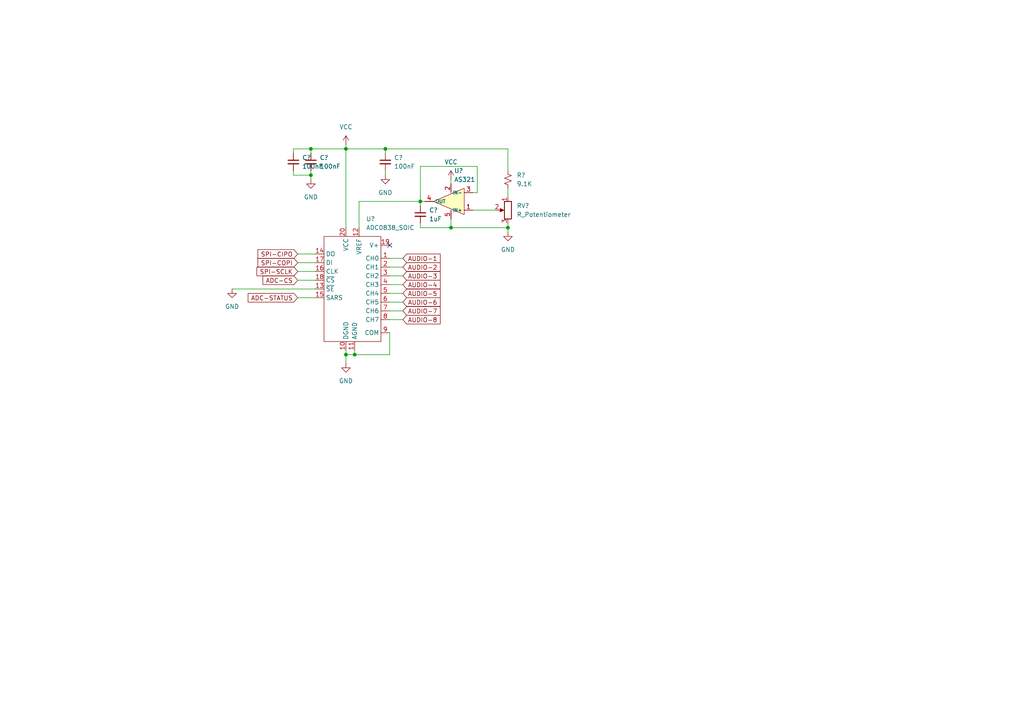
<source format=kicad_sch>
(kicad_sch (version 20211123) (generator eeschema)

  (uuid 9de4697c-4f87-4e67-af45-6a92d8fc09d9)

  (paper "A4")

  (lib_symbols
    (symbol "Daxxn_IC:ADC0838_SOIC" (in_bom yes) (on_board yes)
      (property "Reference" "U" (id 0) (at -13.97 3.81 0)
        (effects (font (size 1.27 1.27)))
      )
      (property "Value" "ADC0838_SOIC" (id 1) (at -11.43 7.62 0)
        (effects (font (size 1.27 1.27)))
      )
      (property "Footprint" "" (id 2) (at 19.05 -6.35 0)
        (effects (font (size 1.27 1.27)) hide)
      )
      (property "Datasheet" "" (id 3) (at 19.05 -6.35 0)
        (effects (font (size 1.27 1.27)) hide)
      )
      (symbol "ADC0838_SOIC_0_0"
        (pin input line (at 19.05 -6.35 180) (length 2.54)
          (name "CH0" (effects (font (size 1.27 1.27))))
          (number "1" (effects (font (size 1.27 1.27))))
        )
        (pin power_in line (at 6.35 -33.02 90) (length 2.54)
          (name "DGND" (effects (font (size 1.27 1.27))))
          (number "10" (effects (font (size 1.27 1.27))))
        )
        (pin power_in line (at 8.89 -33.02 90) (length 2.54)
          (name "AGND" (effects (font (size 1.27 1.27))))
          (number "11" (effects (font (size 1.27 1.27))))
        )
        (pin input line (at 10.16 2.54 270) (length 2.54)
          (name "VREF" (effects (font (size 1.27 1.27))))
          (number "12" (effects (font (size 1.27 1.27))))
        )
        (pin input line (at -2.54 -15.24 0) (length 2.54)
          (name "~{SE}" (effects (font (size 1.27 1.27))))
          (number "13" (effects (font (size 1.27 1.27))))
        )
        (pin output line (at -2.54 -5.08 0) (length 2.54)
          (name "DO" (effects (font (size 1.27 1.27))))
          (number "14" (effects (font (size 1.27 1.27))))
        )
        (pin output line (at -2.54 -17.78 0) (length 2.54)
          (name "SARS" (effects (font (size 1.27 1.27))))
          (number "15" (effects (font (size 1.27 1.27))))
        )
        (pin input line (at -2.54 -10.16 0) (length 2.54)
          (name "CLK" (effects (font (size 1.27 1.27))))
          (number "16" (effects (font (size 1.27 1.27))))
        )
        (pin input line (at -2.54 -7.62 0) (length 2.54)
          (name "DI" (effects (font (size 1.27 1.27))))
          (number "17" (effects (font (size 1.27 1.27))))
        )
        (pin input line (at -2.54 -12.7 0) (length 2.54)
          (name "~{CS}" (effects (font (size 1.27 1.27))))
          (number "18" (effects (font (size 1.27 1.27))))
        )
        (pin power_out line (at 19.05 -2.54 180) (length 2.54)
          (name "V+" (effects (font (size 1.27 1.27))))
          (number "19" (effects (font (size 1.27 1.27))))
        )
        (pin input line (at 19.05 -8.89 180) (length 2.54)
          (name "CH1" (effects (font (size 1.27 1.27))))
          (number "2" (effects (font (size 1.27 1.27))))
        )
        (pin power_in line (at 6.35 2.54 270) (length 2.54)
          (name "VCC" (effects (font (size 1.27 1.27))))
          (number "20" (effects (font (size 1.27 1.27))))
        )
        (pin input line (at 19.05 -11.43 180) (length 2.54)
          (name "CH2" (effects (font (size 1.27 1.27))))
          (number "3" (effects (font (size 1.27 1.27))))
        )
        (pin input line (at 19.05 -13.97 180) (length 2.54)
          (name "CH3" (effects (font (size 1.27 1.27))))
          (number "4" (effects (font (size 1.27 1.27))))
        )
        (pin input line (at 19.05 -16.51 180) (length 2.54)
          (name "CH4" (effects (font (size 1.27 1.27))))
          (number "5" (effects (font (size 1.27 1.27))))
        )
        (pin input line (at 19.05 -19.05 180) (length 2.54)
          (name "CH5" (effects (font (size 1.27 1.27))))
          (number "6" (effects (font (size 1.27 1.27))))
        )
        (pin input line (at 19.05 -21.59 180) (length 2.54)
          (name "CH6" (effects (font (size 1.27 1.27))))
          (number "7" (effects (font (size 1.27 1.27))))
        )
        (pin input line (at 19.05 -24.13 180) (length 2.54)
          (name "CH7" (effects (font (size 1.27 1.27))))
          (number "8" (effects (font (size 1.27 1.27))))
        )
        (pin input line (at 19.05 -27.94 180) (length 2.54)
          (name "COM" (effects (font (size 1.27 1.27))))
          (number "9" (effects (font (size 1.27 1.27))))
        )
      )
      (symbol "ADC0838_SOIC_0_1"
        (rectangle (start 0 0) (end 16.51 -30.48)
          (stroke (width 0) (type default) (color 0 0 0 0))
          (fill (type none))
        )
      )
    )
    (symbol "Daxxn_OPAMP:AS321" (in_bom yes) (on_board yes)
      (property "Reference" "U" (id 0) (at 5.08 3.81 0)
        (effects (font (size 1.27 1.27)) (justify left))
      )
      (property "Value" "AS321" (id 1) (at 5.08 6.35 0)
        (effects (font (size 1.27 1.27)) (justify left))
      )
      (property "Footprint" "Package_TO_SOT_SMD:SOT-23-5" (id 2) (at 1.27 13.97 0)
        (effects (font (size 1.27 1.27)) hide)
      )
      (property "Datasheet" "C:\\Users\\Daxxn\\Documents\\Electrical\\Datasheets\\AS321.pdf" (id 3) (at 0 17.78 0)
        (effects (font (size 1.27 1.27)) hide)
      )
      (property "ki_keywords" "lp opamp" (id 4) (at 0 0 0)
        (effects (font (size 1.27 1.27)) hide)
      )
      (property "ki_description" "Low Power, Opamp" (id 5) (at 0 0 0)
        (effects (font (size 1.27 1.27)) hide)
      )
      (symbol "AS321_0_0"
        (pin bidirectional line (at -2.54 2.54 0) (length 2.54)
          (name "IN+" (effects (font (size 1 1))))
          (number "1" (effects (font (size 1.27 1.27))))
        )
        (pin power_in line (at 3.81 -5.08 90) (length 2.54)
          (name "V-" (effects (font (size 0 0))))
          (number "2" (effects (font (size 1.27 1.27))))
        )
        (pin bidirectional line (at -2.54 -2.54 0) (length 2.54)
          (name "IN-" (effects (font (size 1 1))))
          (number "3" (effects (font (size 1.27 1.27))))
        )
        (pin bidirectional line (at 11.43 0 180) (length 2.54)
          (name "OUT" (effects (font (size 1 1))))
          (number "4" (effects (font (size 1.27 1.27))))
        )
        (pin power_in line (at 3.81 5.08 270) (length 2.54)
          (name "V+" (effects (font (size 0 0))))
          (number "5" (effects (font (size 1.27 1.27))))
        )
      )
      (symbol "AS321_0_1"
        (polyline
          (pts
            (xy 0 3.81)
            (xy 8.89 0)
            (xy 0 -3.81)
            (xy 0 3.81)
          )
          (stroke (width 0) (type default) (color 0 0 0 0))
          (fill (type background))
        )
      )
    )
    (symbol "Device:C_Small" (pin_numbers hide) (pin_names (offset 0.254) hide) (in_bom yes) (on_board yes)
      (property "Reference" "C" (id 0) (at 0.254 1.778 0)
        (effects (font (size 1.27 1.27)) (justify left))
      )
      (property "Value" "C_Small" (id 1) (at 0.254 -2.032 0)
        (effects (font (size 1.27 1.27)) (justify left))
      )
      (property "Footprint" "" (id 2) (at 0 0 0)
        (effects (font (size 1.27 1.27)) hide)
      )
      (property "Datasheet" "~" (id 3) (at 0 0 0)
        (effects (font (size 1.27 1.27)) hide)
      )
      (property "ki_keywords" "capacitor cap" (id 4) (at 0 0 0)
        (effects (font (size 1.27 1.27)) hide)
      )
      (property "ki_description" "Unpolarized capacitor, small symbol" (id 5) (at 0 0 0)
        (effects (font (size 1.27 1.27)) hide)
      )
      (property "ki_fp_filters" "C_*" (id 6) (at 0 0 0)
        (effects (font (size 1.27 1.27)) hide)
      )
      (symbol "C_Small_0_1"
        (polyline
          (pts
            (xy -1.524 -0.508)
            (xy 1.524 -0.508)
          )
          (stroke (width 0.3302) (type default) (color 0 0 0 0))
          (fill (type none))
        )
        (polyline
          (pts
            (xy -1.524 0.508)
            (xy 1.524 0.508)
          )
          (stroke (width 0.3048) (type default) (color 0 0 0 0))
          (fill (type none))
        )
      )
      (symbol "C_Small_1_1"
        (pin passive line (at 0 2.54 270) (length 2.032)
          (name "~" (effects (font (size 1.27 1.27))))
          (number "1" (effects (font (size 1.27 1.27))))
        )
        (pin passive line (at 0 -2.54 90) (length 2.032)
          (name "~" (effects (font (size 1.27 1.27))))
          (number "2" (effects (font (size 1.27 1.27))))
        )
      )
    )
    (symbol "Device:R_Potentiometer" (pin_names (offset 1.016) hide) (in_bom yes) (on_board yes)
      (property "Reference" "RV" (id 0) (at -4.445 0 90)
        (effects (font (size 1.27 1.27)))
      )
      (property "Value" "R_Potentiometer" (id 1) (at -2.54 0 90)
        (effects (font (size 1.27 1.27)))
      )
      (property "Footprint" "" (id 2) (at 0 0 0)
        (effects (font (size 1.27 1.27)) hide)
      )
      (property "Datasheet" "~" (id 3) (at 0 0 0)
        (effects (font (size 1.27 1.27)) hide)
      )
      (property "ki_keywords" "resistor variable" (id 4) (at 0 0 0)
        (effects (font (size 1.27 1.27)) hide)
      )
      (property "ki_description" "Potentiometer" (id 5) (at 0 0 0)
        (effects (font (size 1.27 1.27)) hide)
      )
      (property "ki_fp_filters" "Potentiometer*" (id 6) (at 0 0 0)
        (effects (font (size 1.27 1.27)) hide)
      )
      (symbol "R_Potentiometer_0_1"
        (polyline
          (pts
            (xy 2.54 0)
            (xy 1.524 0)
          )
          (stroke (width 0) (type default) (color 0 0 0 0))
          (fill (type none))
        )
        (polyline
          (pts
            (xy 1.143 0)
            (xy 2.286 0.508)
            (xy 2.286 -0.508)
            (xy 1.143 0)
          )
          (stroke (width 0) (type default) (color 0 0 0 0))
          (fill (type outline))
        )
        (rectangle (start 1.016 2.54) (end -1.016 -2.54)
          (stroke (width 0.254) (type default) (color 0 0 0 0))
          (fill (type none))
        )
      )
      (symbol "R_Potentiometer_1_1"
        (pin passive line (at 0 3.81 270) (length 1.27)
          (name "1" (effects (font (size 1.27 1.27))))
          (number "1" (effects (font (size 1.27 1.27))))
        )
        (pin passive line (at 3.81 0 180) (length 1.27)
          (name "2" (effects (font (size 1.27 1.27))))
          (number "2" (effects (font (size 1.27 1.27))))
        )
        (pin passive line (at 0 -3.81 90) (length 1.27)
          (name "3" (effects (font (size 1.27 1.27))))
          (number "3" (effects (font (size 1.27 1.27))))
        )
      )
    )
    (symbol "Device:R_Small_US" (pin_numbers hide) (pin_names (offset 0.254) hide) (in_bom yes) (on_board yes)
      (property "Reference" "R" (id 0) (at 0.762 0.508 0)
        (effects (font (size 1.27 1.27)) (justify left))
      )
      (property "Value" "R_Small_US" (id 1) (at 0.762 -1.016 0)
        (effects (font (size 1.27 1.27)) (justify left))
      )
      (property "Footprint" "" (id 2) (at 0 0 0)
        (effects (font (size 1.27 1.27)) hide)
      )
      (property "Datasheet" "~" (id 3) (at 0 0 0)
        (effects (font (size 1.27 1.27)) hide)
      )
      (property "ki_keywords" "r resistor" (id 4) (at 0 0 0)
        (effects (font (size 1.27 1.27)) hide)
      )
      (property "ki_description" "Resistor, small US symbol" (id 5) (at 0 0 0)
        (effects (font (size 1.27 1.27)) hide)
      )
      (property "ki_fp_filters" "R_*" (id 6) (at 0 0 0)
        (effects (font (size 1.27 1.27)) hide)
      )
      (symbol "R_Small_US_1_1"
        (polyline
          (pts
            (xy 0 0)
            (xy 1.016 -0.381)
            (xy 0 -0.762)
            (xy -1.016 -1.143)
            (xy 0 -1.524)
          )
          (stroke (width 0) (type default) (color 0 0 0 0))
          (fill (type none))
        )
        (polyline
          (pts
            (xy 0 1.524)
            (xy 1.016 1.143)
            (xy 0 0.762)
            (xy -1.016 0.381)
            (xy 0 0)
          )
          (stroke (width 0) (type default) (color 0 0 0 0))
          (fill (type none))
        )
        (pin passive line (at 0 2.54 270) (length 1.016)
          (name "~" (effects (font (size 1.27 1.27))))
          (number "1" (effects (font (size 1.27 1.27))))
        )
        (pin passive line (at 0 -2.54 90) (length 1.016)
          (name "~" (effects (font (size 1.27 1.27))))
          (number "2" (effects (font (size 1.27 1.27))))
        )
      )
    )
    (symbol "power:GND" (power) (pin_names (offset 0)) (in_bom yes) (on_board yes)
      (property "Reference" "#PWR" (id 0) (at 0 -6.35 0)
        (effects (font (size 1.27 1.27)) hide)
      )
      (property "Value" "GND" (id 1) (at 0 -3.81 0)
        (effects (font (size 1.27 1.27)))
      )
      (property "Footprint" "" (id 2) (at 0 0 0)
        (effects (font (size 1.27 1.27)) hide)
      )
      (property "Datasheet" "" (id 3) (at 0 0 0)
        (effects (font (size 1.27 1.27)) hide)
      )
      (property "ki_keywords" "power-flag" (id 4) (at 0 0 0)
        (effects (font (size 1.27 1.27)) hide)
      )
      (property "ki_description" "Power symbol creates a global label with name \"GND\" , ground" (id 5) (at 0 0 0)
        (effects (font (size 1.27 1.27)) hide)
      )
      (symbol "GND_0_1"
        (polyline
          (pts
            (xy 0 0)
            (xy 0 -1.27)
            (xy 1.27 -1.27)
            (xy 0 -2.54)
            (xy -1.27 -1.27)
            (xy 0 -1.27)
          )
          (stroke (width 0) (type default) (color 0 0 0 0))
          (fill (type none))
        )
      )
      (symbol "GND_1_1"
        (pin power_in line (at 0 0 270) (length 0) hide
          (name "GND" (effects (font (size 1.27 1.27))))
          (number "1" (effects (font (size 1.27 1.27))))
        )
      )
    )
    (symbol "power:VCC" (power) (pin_names (offset 0)) (in_bom yes) (on_board yes)
      (property "Reference" "#PWR" (id 0) (at 0 -3.81 0)
        (effects (font (size 1.27 1.27)) hide)
      )
      (property "Value" "VCC" (id 1) (at 0 3.81 0)
        (effects (font (size 1.27 1.27)))
      )
      (property "Footprint" "" (id 2) (at 0 0 0)
        (effects (font (size 1.27 1.27)) hide)
      )
      (property "Datasheet" "" (id 3) (at 0 0 0)
        (effects (font (size 1.27 1.27)) hide)
      )
      (property "ki_keywords" "power-flag" (id 4) (at 0 0 0)
        (effects (font (size 1.27 1.27)) hide)
      )
      (property "ki_description" "Power symbol creates a global label with name \"VCC\"" (id 5) (at 0 0 0)
        (effects (font (size 1.27 1.27)) hide)
      )
      (symbol "VCC_0_1"
        (polyline
          (pts
            (xy -0.762 1.27)
            (xy 0 2.54)
          )
          (stroke (width 0) (type default) (color 0 0 0 0))
          (fill (type none))
        )
        (polyline
          (pts
            (xy 0 0)
            (xy 0 2.54)
          )
          (stroke (width 0) (type default) (color 0 0 0 0))
          (fill (type none))
        )
        (polyline
          (pts
            (xy 0 2.54)
            (xy 0.762 1.27)
          )
          (stroke (width 0) (type default) (color 0 0 0 0))
          (fill (type none))
        )
      )
      (symbol "VCC_1_1"
        (pin power_in line (at 0 0 90) (length 0) hide
          (name "VCC" (effects (font (size 1.27 1.27))))
          (number "1" (effects (font (size 1.27 1.27))))
        )
      )
    )
  )

  (junction (at 90.17 50.8) (diameter 0) (color 0 0 0 0)
    (uuid 083b3dda-4eb5-44aa-a398-962ca57cd531)
  )
  (junction (at 130.81 66.04) (diameter 0) (color 0 0 0 0)
    (uuid 11223dc8-7339-41c3-b3d9-e39c07902a10)
  )
  (junction (at 100.33 102.87) (diameter 0) (color 0 0 0 0)
    (uuid 567f702c-039c-495c-8519-470fd3e30f18)
  )
  (junction (at 90.17 43.18) (diameter 0) (color 0 0 0 0)
    (uuid 5be08b83-3435-42bd-b844-7f904d0da267)
  )
  (junction (at 121.92 58.42) (diameter 0) (color 0 0 0 0)
    (uuid 7c5a8c00-765a-49ae-8a47-a1743da2b8b8)
  )
  (junction (at 147.32 66.04) (diameter 0) (color 0 0 0 0)
    (uuid 7d0aac36-5306-42c2-b948-3432b943610d)
  )
  (junction (at 111.76 43.18) (diameter 0) (color 0 0 0 0)
    (uuid 7e25593f-fc47-48f6-abb8-5923c4a241a2)
  )
  (junction (at 102.87 102.87) (diameter 0) (color 0 0 0 0)
    (uuid 93fa905c-ab4a-46f2-9854-c5a8e47b3dbc)
  )
  (junction (at 100.33 43.18) (diameter 0) (color 0 0 0 0)
    (uuid d6fb60b5-abd4-42d7-9eb9-4f5120dadc5b)
  )

  (no_connect (at 113.03 71.12) (uuid c150c21e-06d2-443f-b20b-c9a44ca94a96))

  (wire (pts (xy 113.03 102.87) (xy 102.87 102.87))
    (stroke (width 0) (type default) (color 0 0 0 0))
    (uuid 03519f9c-21ef-4b56-b1a1-e6338aa7a64a)
  )
  (wire (pts (xy 138.43 48.26) (xy 138.43 55.88))
    (stroke (width 0) (type default) (color 0 0 0 0))
    (uuid 0996c28e-b0e1-481b-a215-8c7d666a1bfc)
  )
  (wire (pts (xy 121.92 66.04) (xy 130.81 66.04))
    (stroke (width 0) (type default) (color 0 0 0 0))
    (uuid 1e7a9559-ecfc-42f5-bad6-69cd8ccbdeda)
  )
  (wire (pts (xy 102.87 101.6) (xy 102.87 102.87))
    (stroke (width 0) (type default) (color 0 0 0 0))
    (uuid 29dbd1ec-2f97-49ec-9173-d7233ed81641)
  )
  (wire (pts (xy 90.17 43.18) (xy 100.33 43.18))
    (stroke (width 0) (type default) (color 0 0 0 0))
    (uuid 2b7b98d3-ad6d-4423-a1ee-82b7c397ad55)
  )
  (wire (pts (xy 100.33 43.18) (xy 100.33 66.04))
    (stroke (width 0) (type default) (color 0 0 0 0))
    (uuid 2c8d132f-bacf-4266-8a65-98547ba43488)
  )
  (wire (pts (xy 147.32 54.61) (xy 147.32 57.15))
    (stroke (width 0) (type default) (color 0 0 0 0))
    (uuid 2dfd08a0-ee7b-427c-b7aa-3c986b855777)
  )
  (wire (pts (xy 138.43 55.88) (xy 137.16 55.88))
    (stroke (width 0) (type default) (color 0 0 0 0))
    (uuid 3581aaa5-b31e-4a60-a2ca-716221b7a35f)
  )
  (wire (pts (xy 121.92 58.42) (xy 121.92 59.69))
    (stroke (width 0) (type default) (color 0 0 0 0))
    (uuid 38f00c28-1d34-4ff1-991b-1e3851b2351b)
  )
  (wire (pts (xy 130.81 63.5) (xy 130.81 66.04))
    (stroke (width 0) (type default) (color 0 0 0 0))
    (uuid 3ac8ace1-d838-49e8-b1a3-f8c94f83731c)
  )
  (wire (pts (xy 86.36 78.74) (xy 91.44 78.74))
    (stroke (width 0) (type default) (color 0 0 0 0))
    (uuid 3ee8e18d-d59c-4403-bc99-6bc7c50b891a)
  )
  (wire (pts (xy 86.36 81.28) (xy 91.44 81.28))
    (stroke (width 0) (type default) (color 0 0 0 0))
    (uuid 5644f264-7196-4575-8605-24a5942ca9c5)
  )
  (wire (pts (xy 147.32 43.18) (xy 147.32 49.53))
    (stroke (width 0) (type default) (color 0 0 0 0))
    (uuid 575867c1-4be0-4fdb-a648-859e9e657b53)
  )
  (wire (pts (xy 113.03 87.63) (xy 116.84 87.63))
    (stroke (width 0) (type default) (color 0 0 0 0))
    (uuid 652e0262-89c3-4a59-b804-3844f019d493)
  )
  (wire (pts (xy 85.09 49.53) (xy 85.09 50.8))
    (stroke (width 0) (type default) (color 0 0 0 0))
    (uuid 691fb579-e72b-4cfa-a75c-5afbef4d884b)
  )
  (wire (pts (xy 104.14 58.42) (xy 121.92 58.42))
    (stroke (width 0) (type default) (color 0 0 0 0))
    (uuid 85e614bb-686d-4bcd-9bc0-83e3ddb9ea3a)
  )
  (wire (pts (xy 86.36 76.2) (xy 91.44 76.2))
    (stroke (width 0) (type default) (color 0 0 0 0))
    (uuid 888fe00b-da9d-4d2d-bb2d-b60e9772b5ee)
  )
  (wire (pts (xy 147.32 66.04) (xy 147.32 67.31))
    (stroke (width 0) (type default) (color 0 0 0 0))
    (uuid 8943d841-33b3-461a-889b-49ea2b63e801)
  )
  (wire (pts (xy 111.76 49.53) (xy 111.76 50.8))
    (stroke (width 0) (type default) (color 0 0 0 0))
    (uuid 8b45d178-7b4f-4144-8242-742888186625)
  )
  (wire (pts (xy 113.03 85.09) (xy 116.84 85.09))
    (stroke (width 0) (type default) (color 0 0 0 0))
    (uuid 9035fc52-4a42-421c-ab70-f9de29cbc35d)
  )
  (wire (pts (xy 104.14 66.04) (xy 104.14 58.42))
    (stroke (width 0) (type default) (color 0 0 0 0))
    (uuid 93446d10-d697-4bf0-8ae1-5e672d421b3c)
  )
  (wire (pts (xy 113.03 92.71) (xy 116.84 92.71))
    (stroke (width 0) (type default) (color 0 0 0 0))
    (uuid 96013822-26e1-4a4d-9863-408bb53d6c56)
  )
  (wire (pts (xy 113.03 74.93) (xy 116.84 74.93))
    (stroke (width 0) (type default) (color 0 0 0 0))
    (uuid 98f4de29-986a-4889-859b-18c1a0166ebc)
  )
  (wire (pts (xy 85.09 43.18) (xy 90.17 43.18))
    (stroke (width 0) (type default) (color 0 0 0 0))
    (uuid 9ce60023-0d5b-4fdc-a10d-8d02477ce20a)
  )
  (wire (pts (xy 130.81 52.07) (xy 130.81 53.34))
    (stroke (width 0) (type default) (color 0 0 0 0))
    (uuid 9dc6efb4-1186-4aed-99f8-d4ebfa9817bb)
  )
  (wire (pts (xy 113.03 77.47) (xy 116.84 77.47))
    (stroke (width 0) (type default) (color 0 0 0 0))
    (uuid 9fba62f8-4432-4be7-a31b-77ec259dab53)
  )
  (wire (pts (xy 111.76 43.18) (xy 147.32 43.18))
    (stroke (width 0) (type default) (color 0 0 0 0))
    (uuid a1254d98-d204-4429-8c4e-291e437ade27)
  )
  (wire (pts (xy 85.09 50.8) (xy 90.17 50.8))
    (stroke (width 0) (type default) (color 0 0 0 0))
    (uuid ac4f9ded-a28b-4482-8d5d-0d99b3a62682)
  )
  (wire (pts (xy 90.17 50.8) (xy 90.17 49.53))
    (stroke (width 0) (type default) (color 0 0 0 0))
    (uuid b3733718-0b68-4997-ae72-8a8e536da0b4)
  )
  (wire (pts (xy 113.03 80.01) (xy 116.84 80.01))
    (stroke (width 0) (type default) (color 0 0 0 0))
    (uuid b4996752-b47a-4c57-b91c-e33d7e573427)
  )
  (wire (pts (xy 111.76 44.45) (xy 111.76 43.18))
    (stroke (width 0) (type default) (color 0 0 0 0))
    (uuid bca8c360-7318-46a5-917e-c9ac4ddb797d)
  )
  (wire (pts (xy 90.17 43.18) (xy 90.17 44.45))
    (stroke (width 0) (type default) (color 0 0 0 0))
    (uuid beae917e-5407-433e-a55b-4dcc41fdfa0c)
  )
  (wire (pts (xy 121.92 58.42) (xy 121.92 48.26))
    (stroke (width 0) (type default) (color 0 0 0 0))
    (uuid c04170c1-b49f-4044-8473-433268c0c164)
  )
  (wire (pts (xy 100.33 102.87) (xy 100.33 105.41))
    (stroke (width 0) (type default) (color 0 0 0 0))
    (uuid c0b8a700-ddce-49ff-85b7-1e8e04951354)
  )
  (wire (pts (xy 113.03 90.17) (xy 116.84 90.17))
    (stroke (width 0) (type default) (color 0 0 0 0))
    (uuid c3ab7185-0cc8-44be-b2c7-dea8e12fc4f5)
  )
  (wire (pts (xy 130.81 66.04) (xy 147.32 66.04))
    (stroke (width 0) (type default) (color 0 0 0 0))
    (uuid c42f9fd6-ac42-4640-ab70-a36ab307b3b5)
  )
  (wire (pts (xy 85.09 44.45) (xy 85.09 43.18))
    (stroke (width 0) (type default) (color 0 0 0 0))
    (uuid c4620d63-3779-4f27-9a93-c085271a57f9)
  )
  (wire (pts (xy 121.92 64.77) (xy 121.92 66.04))
    (stroke (width 0) (type default) (color 0 0 0 0))
    (uuid cabc7a47-4f1a-44cc-9cfc-7015325f0c0d)
  )
  (wire (pts (xy 113.03 82.55) (xy 116.84 82.55))
    (stroke (width 0) (type default) (color 0 0 0 0))
    (uuid cea1fae2-2bf7-45e5-ba63-41940e0393c7)
  )
  (wire (pts (xy 147.32 66.04) (xy 147.32 64.77))
    (stroke (width 0) (type default) (color 0 0 0 0))
    (uuid d3f7c036-154b-42e9-a619-214eff332e85)
  )
  (wire (pts (xy 102.87 102.87) (xy 100.33 102.87))
    (stroke (width 0) (type default) (color 0 0 0 0))
    (uuid d533b8f2-d835-4d67-ad84-2d0943e1e8a6)
  )
  (wire (pts (xy 113.03 96.52) (xy 113.03 102.87))
    (stroke (width 0) (type default) (color 0 0 0 0))
    (uuid da0151ef-bfc0-4643-a0a7-e7d206a03e64)
  )
  (wire (pts (xy 90.17 50.8) (xy 90.17 52.07))
    (stroke (width 0) (type default) (color 0 0 0 0))
    (uuid e15fc275-be3e-418d-91e2-989c59f434cc)
  )
  (wire (pts (xy 67.31 83.82) (xy 91.44 83.82))
    (stroke (width 0) (type default) (color 0 0 0 0))
    (uuid e344e5a7-0d34-4cf7-8dbf-77d754d49803)
  )
  (wire (pts (xy 100.33 102.87) (xy 100.33 101.6))
    (stroke (width 0) (type default) (color 0 0 0 0))
    (uuid e865c199-06c5-4039-ad61-39c55b590398)
  )
  (wire (pts (xy 121.92 58.42) (xy 123.19 58.42))
    (stroke (width 0) (type default) (color 0 0 0 0))
    (uuid eafc7988-988a-4617-91be-656d566c7823)
  )
  (wire (pts (xy 100.33 41.91) (xy 100.33 43.18))
    (stroke (width 0) (type default) (color 0 0 0 0))
    (uuid efb0b64c-38b4-4705-b87d-9ecb08147b64)
  )
  (wire (pts (xy 86.36 73.66) (xy 91.44 73.66))
    (stroke (width 0) (type default) (color 0 0 0 0))
    (uuid f02ff04a-cbb7-4ac9-9a8e-b9adfb3a7e02)
  )
  (wire (pts (xy 137.16 60.96) (xy 143.51 60.96))
    (stroke (width 0) (type default) (color 0 0 0 0))
    (uuid f2bcfcfa-2d4d-4e5f-816a-d442f1830d2c)
  )
  (wire (pts (xy 86.36 86.36) (xy 91.44 86.36))
    (stroke (width 0) (type default) (color 0 0 0 0))
    (uuid f809146a-5d69-4e52-8323-c8f7c0a542b6)
  )
  (wire (pts (xy 121.92 48.26) (xy 138.43 48.26))
    (stroke (width 0) (type default) (color 0 0 0 0))
    (uuid f8fc8fc5-c980-406b-acda-08e0d1369b06)
  )
  (wire (pts (xy 100.33 43.18) (xy 111.76 43.18))
    (stroke (width 0) (type default) (color 0 0 0 0))
    (uuid fe21fdf3-cec7-441d-b253-77586b61a99a)
  )

  (global_label "AUDIO-3" (shape input) (at 116.84 80.01 0) (fields_autoplaced)
    (effects (font (size 1.27 1.27)) (justify left))
    (uuid 06e22984-4b51-443c-98d7-4a85b3ad7ad6)
    (property "Intersheet References" "${INTERSHEET_REFS}" (id 0) (at 127.6593 79.9306 0)
      (effects (font (size 1.27 1.27)) (justify left) hide)
    )
  )
  (global_label "ADC-STATUS" (shape input) (at 86.36 86.36 180) (fields_autoplaced)
    (effects (font (size 1.27 1.27)) (justify right))
    (uuid 0781d4e9-efb3-4442-ab33-bc20118cafe8)
    (property "Intersheet References" "${INTERSHEET_REFS}" (id 0) (at 71.9726 86.2806 0)
      (effects (font (size 1.27 1.27)) (justify right) hide)
    )
  )
  (global_label "AUDIO-2" (shape input) (at 116.84 77.47 0) (fields_autoplaced)
    (effects (font (size 1.27 1.27)) (justify left))
    (uuid 38267356-6d61-4581-911d-06dc1b95fb6c)
    (property "Intersheet References" "${INTERSHEET_REFS}" (id 0) (at 127.6593 77.3906 0)
      (effects (font (size 1.27 1.27)) (justify left) hide)
    )
  )
  (global_label "SPI-CIPO" (shape input) (at 86.36 73.66 180) (fields_autoplaced)
    (effects (font (size 1.27 1.27)) (justify right))
    (uuid 4b61c27e-1f5c-4f67-9597-ace13fc2ea9e)
    (property "Intersheet References" "${INTERSHEET_REFS}" (id 0) (at 74.815 73.5806 0)
      (effects (font (size 1.27 1.27)) (justify right) hide)
    )
  )
  (global_label "AUDIO-5" (shape input) (at 116.84 85.09 0) (fields_autoplaced)
    (effects (font (size 1.27 1.27)) (justify left))
    (uuid 4de5242f-f1a3-4204-afd6-560afac31c49)
    (property "Intersheet References" "${INTERSHEET_REFS}" (id 0) (at 127.6593 85.0106 0)
      (effects (font (size 1.27 1.27)) (justify left) hide)
    )
  )
  (global_label "AUDIO-1" (shape input) (at 116.84 74.93 0) (fields_autoplaced)
    (effects (font (size 1.27 1.27)) (justify left))
    (uuid 5a57d1b4-87cd-402a-a6ad-5f5ce22028e2)
    (property "Intersheet References" "${INTERSHEET_REFS}" (id 0) (at 127.6593 74.8506 0)
      (effects (font (size 1.27 1.27)) (justify left) hide)
    )
  )
  (global_label "AUDIO-8" (shape input) (at 116.84 92.71 0) (fields_autoplaced)
    (effects (font (size 1.27 1.27)) (justify left))
    (uuid 5c302d7f-b31d-425b-860c-a8004743d789)
    (property "Intersheet References" "${INTERSHEET_REFS}" (id 0) (at 127.6593 92.6306 0)
      (effects (font (size 1.27 1.27)) (justify left) hide)
    )
  )
  (global_label "ADC-CS" (shape input) (at 86.36 81.28 180) (fields_autoplaced)
    (effects (font (size 1.27 1.27)) (justify right))
    (uuid 68c0bbb5-80c6-4165-8a0f-bfc1d0051037)
    (property "Intersheet References" "${INTERSHEET_REFS}" (id 0) (at 76.2664 81.2006 0)
      (effects (font (size 1.27 1.27)) (justify right) hide)
    )
  )
  (global_label "SPI-COPI" (shape input) (at 86.36 76.2 180) (fields_autoplaced)
    (effects (font (size 1.27 1.27)) (justify right))
    (uuid 6b2463a5-fee7-4562-9394-d4a41b6ff16c)
    (property "Intersheet References" "${INTERSHEET_REFS}" (id 0) (at 74.815 76.1206 0)
      (effects (font (size 1.27 1.27)) (justify right) hide)
    )
  )
  (global_label "AUDIO-4" (shape input) (at 116.84 82.55 0) (fields_autoplaced)
    (effects (font (size 1.27 1.27)) (justify left))
    (uuid 7c59b63f-d7e0-45b4-b700-46496a71340a)
    (property "Intersheet References" "${INTERSHEET_REFS}" (id 0) (at 127.6593 82.4706 0)
      (effects (font (size 1.27 1.27)) (justify left) hide)
    )
  )
  (global_label "AUDIO-6" (shape input) (at 116.84 87.63 0) (fields_autoplaced)
    (effects (font (size 1.27 1.27)) (justify left))
    (uuid 8f36d8a9-65dd-49a8-b942-99935a95bb05)
    (property "Intersheet References" "${INTERSHEET_REFS}" (id 0) (at 127.6593 87.5506 0)
      (effects (font (size 1.27 1.27)) (justify left) hide)
    )
  )
  (global_label "SPI-SCLK" (shape input) (at 86.36 78.74 180) (fields_autoplaced)
    (effects (font (size 1.27 1.27)) (justify right))
    (uuid 932df457-96c2-40c2-8775-a12ee2390e35)
    (property "Intersheet References" "${INTERSHEET_REFS}" (id 0) (at 74.5126 78.6606 0)
      (effects (font (size 1.27 1.27)) (justify right) hide)
    )
  )
  (global_label "AUDIO-7" (shape input) (at 116.84 90.17 0) (fields_autoplaced)
    (effects (font (size 1.27 1.27)) (justify left))
    (uuid 9e70f4fa-1c21-46da-a85f-a7c8693f6cbd)
    (property "Intersheet References" "${INTERSHEET_REFS}" (id 0) (at 127.6593 90.0906 0)
      (effects (font (size 1.27 1.27)) (justify left) hide)
    )
  )

  (symbol (lib_id "power:GND") (at 100.33 105.41 0) (unit 1)
    (in_bom yes) (on_board yes) (fields_autoplaced)
    (uuid 11358ea8-e0af-4fed-aa3b-1eb6d5b5e49d)
    (property "Reference" "#PWR?" (id 0) (at 100.33 111.76 0)
      (effects (font (size 1.27 1.27)) hide)
    )
    (property "Value" "GND" (id 1) (at 100.33 110.49 0))
    (property "Footprint" "" (id 2) (at 100.33 105.41 0)
      (effects (font (size 1.27 1.27)) hide)
    )
    (property "Datasheet" "" (id 3) (at 100.33 105.41 0)
      (effects (font (size 1.27 1.27)) hide)
    )
    (pin "1" (uuid f8dec517-b403-47a3-9ec7-b3511e98874d))
  )

  (symbol (lib_id "power:GND") (at 111.76 50.8 0) (unit 1)
    (in_bom yes) (on_board yes) (fields_autoplaced)
    (uuid 247b5bff-44f4-49ab-85d0-fd157eaf1d23)
    (property "Reference" "#PWR?" (id 0) (at 111.76 57.15 0)
      (effects (font (size 1.27 1.27)) hide)
    )
    (property "Value" "GND" (id 1) (at 111.76 55.88 0))
    (property "Footprint" "" (id 2) (at 111.76 50.8 0)
      (effects (font (size 1.27 1.27)) hide)
    )
    (property "Datasheet" "" (id 3) (at 111.76 50.8 0)
      (effects (font (size 1.27 1.27)) hide)
    )
    (pin "1" (uuid 498e1146-3deb-4847-9372-270994aeabd1))
  )

  (symbol (lib_id "Device:C_Small") (at 121.92 62.23 0) (unit 1)
    (in_bom yes) (on_board yes) (fields_autoplaced)
    (uuid 3f090eb0-9d19-4e24-9949-e5b625083f36)
    (property "Reference" "C?" (id 0) (at 124.46 60.9662 0)
      (effects (font (size 1.27 1.27)) (justify left))
    )
    (property "Value" "1uF" (id 1) (at 124.46 63.5062 0)
      (effects (font (size 1.27 1.27)) (justify left))
    )
    (property "Footprint" "Capacitor_SMD:C_0805_2012Metric" (id 2) (at 121.92 62.23 0)
      (effects (font (size 1.27 1.27)) hide)
    )
    (property "Datasheet" "~" (id 3) (at 121.92 62.23 0)
      (effects (font (size 1.27 1.27)) hide)
    )
    (pin "1" (uuid cefc9710-0b71-4337-abe6-1b5af07ba553))
    (pin "2" (uuid e4acf103-1582-47f5-978a-1c696aea1add))
  )

  (symbol (lib_id "Daxxn_OPAMP:AS321") (at 134.62 58.42 180) (unit 1)
    (in_bom yes) (on_board yes) (fields_autoplaced)
    (uuid 75e4d70a-9093-479c-b53e-7ea1c642c83b)
    (property "Reference" "U?" (id 0) (at 131.6989 49.53 0)
      (effects (font (size 1.27 1.27)) (justify right))
    )
    (property "Value" "AS321" (id 1) (at 131.6989 52.07 0)
      (effects (font (size 1.27 1.27)) (justify right))
    )
    (property "Footprint" "Package_TO_SOT_SMD:SOT-23-5" (id 2) (at 133.35 72.39 0)
      (effects (font (size 1.27 1.27)) hide)
    )
    (property "Datasheet" "C:\\Users\\Daxxn\\Documents\\Electrical\\Datasheets\\AS321.pdf" (id 3) (at 134.62 76.2 0)
      (effects (font (size 1.27 1.27)) hide)
    )
    (pin "1" (uuid 88ee8c65-b23e-42b3-983a-988ca93bed1d))
    (pin "2" (uuid c1f18e94-91cb-448a-9f18-3994668c7158))
    (pin "3" (uuid 89087e46-2d40-411e-ac57-0a19a5314dbb))
    (pin "4" (uuid 7c480ba2-2ef3-49f9-8af4-7f669bc48290))
    (pin "5" (uuid d8344b82-8a8b-453f-ba0a-99cd7b95d751))
  )

  (symbol (lib_id "Device:R_Potentiometer") (at 147.32 60.96 0) (mirror y) (unit 1)
    (in_bom yes) (on_board yes) (fields_autoplaced)
    (uuid 77078eb9-6f7f-4989-8d75-f206eac75c69)
    (property "Reference" "RV?" (id 0) (at 149.86 59.6899 0)
      (effects (font (size 1.27 1.27)) (justify right))
    )
    (property "Value" "R_Potentiometer" (id 1) (at 149.86 62.2299 0)
      (effects (font (size 1.27 1.27)) (justify right))
    )
    (property "Footprint" "Potentiometer_THT:Potentiometer_Bourns_3266Y_Vertical" (id 2) (at 147.32 60.96 0)
      (effects (font (size 1.27 1.27)) hide)
    )
    (property "Datasheet" "~" (id 3) (at 147.32 60.96 0)
      (effects (font (size 1.27 1.27)) hide)
    )
    (pin "1" (uuid 7b8b0458-188c-4fc7-9ceb-c9c19edd7d6f))
    (pin "2" (uuid a3a54cef-d509-4082-9eaf-10f0f027d0ac))
    (pin "3" (uuid 2f3c739c-c85c-42d3-83d8-76017ce1cd84))
  )

  (symbol (lib_id "Device:C_Small") (at 90.17 46.99 0) (unit 1)
    (in_bom yes) (on_board yes) (fields_autoplaced)
    (uuid 79eeb7e8-8e4c-4af4-b8ab-1d060f0c984f)
    (property "Reference" "C?" (id 0) (at 92.71 45.7262 0)
      (effects (font (size 1.27 1.27)) (justify left))
    )
    (property "Value" "100nF" (id 1) (at 92.71 48.2662 0)
      (effects (font (size 1.27 1.27)) (justify left))
    )
    (property "Footprint" "Capacitor_SMD:C_0805_2012Metric" (id 2) (at 90.17 46.99 0)
      (effects (font (size 1.27 1.27)) hide)
    )
    (property "Datasheet" "~" (id 3) (at 90.17 46.99 0)
      (effects (font (size 1.27 1.27)) hide)
    )
    (pin "1" (uuid 56406eed-6ed3-40e6-a788-59059c9680a5))
    (pin "2" (uuid 5a5d3a53-d173-4fbd-ba49-527d9894e2b8))
  )

  (symbol (lib_id "power:VCC") (at 130.81 52.07 0) (unit 1)
    (in_bom yes) (on_board yes) (fields_autoplaced)
    (uuid 9e1b49ab-506c-493e-8366-2ce6a9d3e676)
    (property "Reference" "#PWR?" (id 0) (at 130.81 55.88 0)
      (effects (font (size 1.27 1.27)) hide)
    )
    (property "Value" "VCC" (id 1) (at 130.81 46.99 0))
    (property "Footprint" "" (id 2) (at 130.81 52.07 0)
      (effects (font (size 1.27 1.27)) hide)
    )
    (property "Datasheet" "" (id 3) (at 130.81 52.07 0)
      (effects (font (size 1.27 1.27)) hide)
    )
    (pin "1" (uuid d1094da8-66ef-4246-aa28-80af2c844299))
  )

  (symbol (lib_id "power:VCC") (at 100.33 41.91 0) (unit 1)
    (in_bom yes) (on_board yes) (fields_autoplaced)
    (uuid bbe95ff8-51f4-495f-aa2a-4a894af81a75)
    (property "Reference" "#PWR?" (id 0) (at 100.33 45.72 0)
      (effects (font (size 1.27 1.27)) hide)
    )
    (property "Value" "VCC" (id 1) (at 100.33 36.83 0))
    (property "Footprint" "" (id 2) (at 100.33 41.91 0)
      (effects (font (size 1.27 1.27)) hide)
    )
    (property "Datasheet" "" (id 3) (at 100.33 41.91 0)
      (effects (font (size 1.27 1.27)) hide)
    )
    (pin "1" (uuid f338735a-524c-4d67-b6c8-86327ea71ad4))
  )

  (symbol (lib_id "power:GND") (at 90.17 52.07 0) (unit 1)
    (in_bom yes) (on_board yes) (fields_autoplaced)
    (uuid c0f488cd-9920-4a87-9d53-ac8243831666)
    (property "Reference" "#PWR?" (id 0) (at 90.17 58.42 0)
      (effects (font (size 1.27 1.27)) hide)
    )
    (property "Value" "GND" (id 1) (at 90.17 57.15 0))
    (property "Footprint" "" (id 2) (at 90.17 52.07 0)
      (effects (font (size 1.27 1.27)) hide)
    )
    (property "Datasheet" "" (id 3) (at 90.17 52.07 0)
      (effects (font (size 1.27 1.27)) hide)
    )
    (pin "1" (uuid 9d531345-3ebd-46e0-8603-fcdd93045a5e))
  )

  (symbol (lib_id "power:GND") (at 147.32 67.31 0) (unit 1)
    (in_bom yes) (on_board yes) (fields_autoplaced)
    (uuid d5a4c9b3-3079-424d-aaeb-82d6cea267cc)
    (property "Reference" "#PWR?" (id 0) (at 147.32 73.66 0)
      (effects (font (size 1.27 1.27)) hide)
    )
    (property "Value" "GND" (id 1) (at 147.32 72.39 0))
    (property "Footprint" "" (id 2) (at 147.32 67.31 0)
      (effects (font (size 1.27 1.27)) hide)
    )
    (property "Datasheet" "" (id 3) (at 147.32 67.31 0)
      (effects (font (size 1.27 1.27)) hide)
    )
    (pin "1" (uuid 0ba72a19-6c65-43ba-885a-ae98ae9bf68f))
  )

  (symbol (lib_id "Device:R_Small_US") (at 147.32 52.07 0) (unit 1)
    (in_bom yes) (on_board yes) (fields_autoplaced)
    (uuid de1391b2-0f60-475d-93df-3d63cac458a5)
    (property "Reference" "R?" (id 0) (at 149.86 50.7999 0)
      (effects (font (size 1.27 1.27)) (justify left))
    )
    (property "Value" "9.1K" (id 1) (at 149.86 53.3399 0)
      (effects (font (size 1.27 1.27)) (justify left))
    )
    (property "Footprint" "Resistor_SMD:R_0805_2012Metric" (id 2) (at 147.32 52.07 0)
      (effects (font (size 1.27 1.27)) hide)
    )
    (property "Datasheet" "~" (id 3) (at 147.32 52.07 0)
      (effects (font (size 1.27 1.27)) hide)
    )
    (pin "1" (uuid 4bc233be-204f-4517-8343-0e188dc2b2a5))
    (pin "2" (uuid 4f33296c-d214-4251-8027-21468481e96f))
  )

  (symbol (lib_id "power:GND") (at 67.31 83.82 0) (unit 1)
    (in_bom yes) (on_board yes) (fields_autoplaced)
    (uuid dff7e3df-afd7-4fb0-a535-31c98b0b94c4)
    (property "Reference" "#PWR?" (id 0) (at 67.31 90.17 0)
      (effects (font (size 1.27 1.27)) hide)
    )
    (property "Value" "GND" (id 1) (at 67.31 88.9 0))
    (property "Footprint" "" (id 2) (at 67.31 83.82 0)
      (effects (font (size 1.27 1.27)) hide)
    )
    (property "Datasheet" "" (id 3) (at 67.31 83.82 0)
      (effects (font (size 1.27 1.27)) hide)
    )
    (pin "1" (uuid 61cad058-0e69-46c6-9db9-ba42489d4d35))
  )

  (symbol (lib_id "Device:C_Small") (at 111.76 46.99 0) (unit 1)
    (in_bom yes) (on_board yes) (fields_autoplaced)
    (uuid e968d699-0ab3-49c9-b2be-89999fec1365)
    (property "Reference" "C?" (id 0) (at 114.3 45.7262 0)
      (effects (font (size 1.27 1.27)) (justify left))
    )
    (property "Value" "100nF" (id 1) (at 114.3 48.2662 0)
      (effects (font (size 1.27 1.27)) (justify left))
    )
    (property "Footprint" "Capacitor_SMD:C_0805_2012Metric" (id 2) (at 111.76 46.99 0)
      (effects (font (size 1.27 1.27)) hide)
    )
    (property "Datasheet" "~" (id 3) (at 111.76 46.99 0)
      (effects (font (size 1.27 1.27)) hide)
    )
    (pin "1" (uuid 5f935015-d384-4cfb-9701-0c83f256afdc))
    (pin "2" (uuid f2fcc213-1d6e-45a0-a81b-aca6b0f52a5e))
  )

  (symbol (lib_id "Daxxn_IC:ADC0838_SOIC") (at 93.98 68.58 0) (unit 1)
    (in_bom yes) (on_board yes) (fields_autoplaced)
    (uuid fba62d8f-5fc6-4675-9b67-d3b836f2f887)
    (property "Reference" "U?" (id 0) (at 106.1594 63.5 0)
      (effects (font (size 1.27 1.27)) (justify left))
    )
    (property "Value" "ADC0838_SOIC" (id 1) (at 106.1594 66.04 0)
      (effects (font (size 1.27 1.27)) (justify left))
    )
    (property "Footprint" "" (id 2) (at 113.03 74.93 0)
      (effects (font (size 1.27 1.27)) hide)
    )
    (property "Datasheet" "" (id 3) (at 113.03 74.93 0)
      (effects (font (size 1.27 1.27)) hide)
    )
    (pin "1" (uuid d281907b-15b9-4e03-b4ad-7abb6aa19c56))
    (pin "10" (uuid bd4b6462-b5f1-4856-a6ac-876daddf4e56))
    (pin "11" (uuid ab5933c7-3d7e-4737-98ce-075f967332c0))
    (pin "12" (uuid cebcd637-d081-4994-9be3-758aaee6e924))
    (pin "13" (uuid 42286f8f-f706-41c4-9e08-f1193b9b5ba5))
    (pin "14" (uuid cdfc2298-5604-4d91-a3d2-6cfb595b4cbb))
    (pin "15" (uuid d33f499b-ed1f-42cb-b649-4fa7d65f7340))
    (pin "16" (uuid c40a6a9b-4139-43c5-9bd8-adab24ef98ff))
    (pin "17" (uuid 99ed3dfd-5743-4219-a218-4ad8b8263911))
    (pin "18" (uuid 033fa573-7844-429b-86e2-011faeadf6e0))
    (pin "19" (uuid 7bb1a09d-5f8a-4b72-a95d-ce19227fa2a2))
    (pin "2" (uuid 70e1b698-5355-4a6e-91ef-0c12ca66f206))
    (pin "20" (uuid e9e05e90-6d19-4a3b-8202-73252b92fbe7))
    (pin "3" (uuid 9bb6160e-3923-46e7-8a3e-bc63c0acdfcd))
    (pin "4" (uuid 0e2bc6c9-434b-4dc2-8954-8abb18191c72))
    (pin "5" (uuid b5d87b63-ce9f-4668-a5d3-d9e09e713981))
    (pin "6" (uuid e418a5f7-5eaf-4f84-8207-d75c9a107862))
    (pin "7" (uuid 3671df7f-8650-4fdf-a216-b8347d9141ca))
    (pin "8" (uuid 50652ab1-51ce-415f-a544-6ba1d83956b6))
    (pin "9" (uuid bac66e9b-36b2-49e5-8285-974aef9cad26))
  )

  (symbol (lib_id "Device:C_Small") (at 85.09 46.99 0) (unit 1)
    (in_bom yes) (on_board yes) (fields_autoplaced)
    (uuid fc541460-b086-4d66-9b6e-041f4af6a21e)
    (property "Reference" "C?" (id 0) (at 87.63 45.7262 0)
      (effects (font (size 1.27 1.27)) (justify left))
    )
    (property "Value" "100nF" (id 1) (at 87.63 48.2662 0)
      (effects (font (size 1.27 1.27)) (justify left))
    )
    (property "Footprint" "Capacitor_SMD:C_0805_2012Metric" (id 2) (at 85.09 46.99 0)
      (effects (font (size 1.27 1.27)) hide)
    )
    (property "Datasheet" "~" (id 3) (at 85.09 46.99 0)
      (effects (font (size 1.27 1.27)) hide)
    )
    (pin "1" (uuid 644381c5-4f80-49bf-97ac-c0781cf1be8b))
    (pin "2" (uuid 878f06c0-b32f-461a-aaba-e155391734c6))
  )
)

</source>
